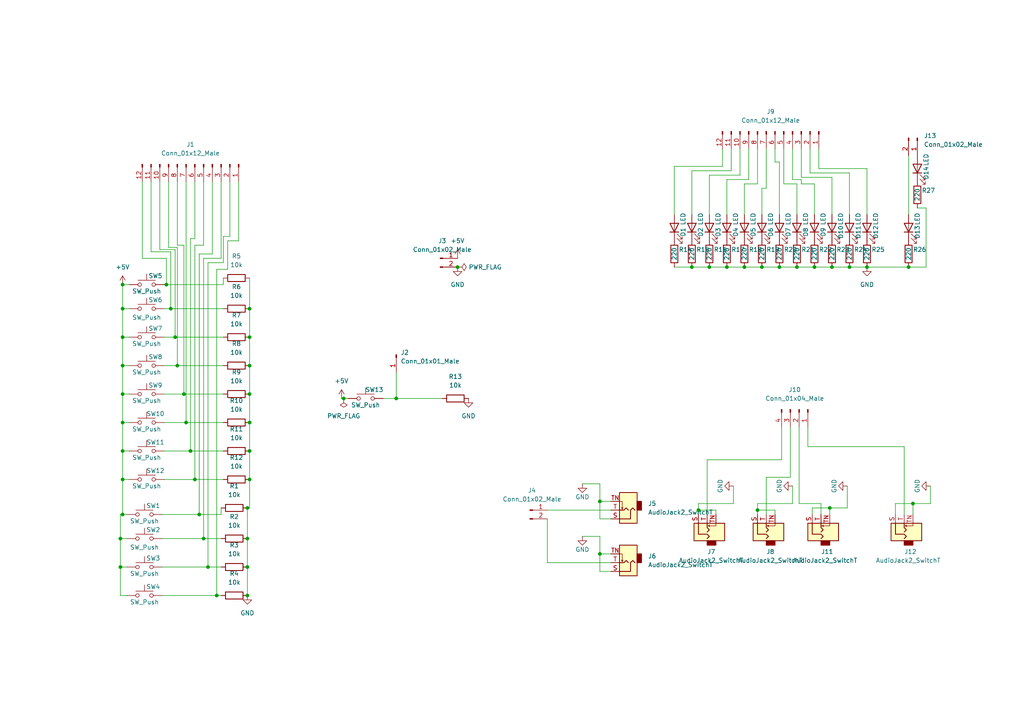
<source format=kicad_sch>
(kicad_sch (version 20211123) (generator eeschema)
  (paper "A4")
  (lib_symbols
    (symbol "Connector:AudioJack2_SwitchT"
      (property "Reference" "J" (at 0 8.89 0))
      (property "Value" "AudioJack2_SwitchT" (at 0 6.35 0))
      (symbol "AudioJack2_SwitchT_0_1"
        (rectangle (start -2.54 0) (end -3.81 -2.54) (stroke (width 0.254)) (fill (type outline)))
        (polyline (pts (xy 1.778 -0.254) (xy 2.032 -0.762)))
        (polyline (pts (xy 0 0) (xy 0.635 -0.635) (xy 1.27 0) (xy 2.54 0)) (stroke (width 0.254)))
        (polyline (pts (xy 2.54 -2.54) (xy 1.778 -2.54) (xy 1.778 -0.254) (xy 1.524 -0.762)))
        (polyline (pts (xy 2.54 2.54) (xy -0.635 2.54) (xy -0.635 0) (xy -1.27 -0.635) (xy -1.905 0)) (stroke (width 0.254)))
        (rectangle (start 2.54 3.81) (end -2.54 -5.08) (stroke (width 0.254)) (fill (type background)))
      )
      (symbol "AudioJack2_SwitchT_1_1"
        (pin passive line (at 5.08 2.54 180) (length 2.54) (name "~") (number "S"))
        (pin passive line (at 5.08 0 180) (length 2.54) (name "~") (number "T"))
        (pin passive line (at 5.08 -2.54 180) (length 2.54) (name "~") (number "TN"))
      )
    )
    (symbol "Connector:Conn_01x01_Male" (pin_names (offset 1.016) hide)
      (property "Reference" "J" (at 0 2.54 0))
      (property "Value" "Conn_01x01_Male" (at 0 -2.54 0))
      (symbol "Conn_01x01_Male_1_1"
        (polyline (pts (xy 1.27 0) (xy 0.8636 0)) (stroke (width 0.1524)))
        (rectangle (start 0.8636 0.127) (end 0 -0.127) (stroke (width 0.1524)) (fill (type outline)))
        (pin passive line (at 5.08 0 180) (length 3.81) (name "Pin_1") (number "1"))
      )
    )
    (symbol "Connector:Conn_01x02_Male" (pin_names (offset 1.016) hide)
      (property "Reference" "J" (at 0 2.54 0))
      (property "Value" "Conn_01x02_Male" (at 0 -5.08 0))
      (symbol "Conn_01x02_Male_1_1"
        (polyline (pts (xy 1.27 -2.54) (xy 0.8636 -2.54)) (stroke (width 0.1524)))
        (polyline (pts (xy 1.27 0) (xy 0.8636 0)) (stroke (width 0.1524)))
        (rectangle (start 0.8636 -2.413) (end 0 -2.667) (stroke (width 0.1524)) (fill (type outline)))
        (rectangle (start 0.8636 0.127) (end 0 -0.127) (stroke (width 0.1524)) (fill (type outline)))
        (pin passive line (at 5.08 0 180) (length 3.81) (name "Pin_1") (number "1"))
        (pin passive line (at 5.08 -2.54 180) (length 3.81) (name "Pin_2") (number "2"))
      )
    )
    (symbol "Connector:Conn_01x04_Male" (pin_names (offset 1.016) hide)
      (property "Reference" "J" (at 0 5.08 0))
      (property "Value" "Conn_01x04_Male" (at 0 -7.62 0))
      (symbol "Conn_01x04_Male_1_1"
        (polyline (pts (xy 1.27 -5.08) (xy 0.8636 -5.08)) (stroke (width 0.1524)))
        (polyline (pts (xy 1.27 -2.54) (xy 0.8636 -2.54)) (stroke (width 0.1524)))
        (polyline (pts (xy 1.27 0) (xy 0.8636 0)) (stroke (width 0.1524)))
        (polyline (pts (xy 1.27 2.54) (xy 0.8636 2.54)) (stroke (width 0.1524)))
        (rectangle (start 0.8636 -4.953) (end 0 -5.207) (stroke (width 0.1524)) (fill (type outline)))
        (rectangle (start 0.8636 -2.413) (end 0 -2.667) (stroke (width 0.1524)) (fill (type outline)))
        (rectangle (start 0.8636 0.127) (end 0 -0.127) (stroke (width 0.1524)) (fill (type outline)))
        (rectangle (start 0.8636 2.667) (end 0 2.413) (stroke (width 0.1524)) (fill (type outline)))
        (pin passive line (at 5.08 2.54 180) (length 3.81) (name "Pin_1") (number "1"))
        (pin passive line (at 5.08 0 180) (length 3.81) (name "Pin_2") (number "2"))
        (pin passive line (at 5.08 -2.54 180) (length 3.81) (name "Pin_3") (number "3"))
        (pin passive line (at 5.08 -5.08 180) (length 3.81) (name "Pin_4") (number "4"))
      )
    )
    (symbol "Connector:Conn_01x12_Male" (pin_names (offset 1.016) hide)
      (property "Reference" "J" (at 0 15.24 0))
      (property "Value" "Conn_01x12_Male" (at 0 -17.78 0))
      (symbol "Conn_01x12_Male_1_1"
        (polyline (pts (xy 1.27 -15.24) (xy 0.8636 -15.24)) (stroke (width 0.1524)))
        (polyline (pts (xy 1.27 -12.7) (xy 0.8636 -12.7)) (stroke (width 0.1524)))
        (polyline (pts (xy 1.27 -10.16) (xy 0.8636 -10.16)) (stroke (width 0.1524)))
        (polyline (pts (xy 1.27 -7.62) (xy 0.8636 -7.62)) (stroke (width 0.1524)))
        (polyline (pts (xy 1.27 -5.08) (xy 0.8636 -5.08)) (stroke (width 0.1524)))
        (polyline (pts (xy 1.27 -2.54) (xy 0.8636 -2.54)) (stroke (width 0.1524)))
        (polyline (pts (xy 1.27 0) (xy 0.8636 0)) (stroke (width 0.1524)))
        (polyline (pts (xy 1.27 2.54) (xy 0.8636 2.54)) (stroke (width 0.1524)))
        (polyline (pts (xy 1.27 5.08) (xy 0.8636 5.08)) (stroke (width 0.1524)))
        (polyline (pts (xy 1.27 7.62) (xy 0.8636 7.62)) (stroke (width 0.1524)))
        (polyline (pts (xy 1.27 10.16) (xy 0.8636 10.16)) (stroke (width 0.1524)))
        (polyline (pts (xy 1.27 12.7) (xy 0.8636 12.7)) (stroke (width 0.1524)))
        (rectangle (start 0.8636 -15.113) (end 0 -15.367) (stroke (width 0.1524)) (fill (type outline)))
        (rectangle (start 0.8636 -12.573) (end 0 -12.827) (stroke (width 0.1524)) (fill (type outline)))
        (rectangle (start 0.8636 -10.033) (end 0 -10.287) (stroke (width 0.1524)) (fill (type outline)))
        (rectangle (start 0.8636 -7.493) (end 0 -7.747) (stroke (width 0.1524)) (fill (type outline)))
        (rectangle (start 0.8636 -4.953) (end 0 -5.207) (stroke (width 0.1524)) (fill (type outline)))
        (rectangle (start 0.8636 -2.413) (end 0 -2.667) (stroke (width 0.1524)) (fill (type outline)))
        (rectangle (start 0.8636 0.127) (end 0 -0.127) (stroke (width 0.1524)) (fill (type outline)))
        (rectangle (start 0.8636 2.667) (end 0 2.413) (stroke (width 0.1524)) (fill (type outline)))
        (rectangle (start 0.8636 5.207) (end 0 4.953) (stroke (width 0.1524)) (fill (type outline)))
        (rectangle (start 0.8636 7.747) (end 0 7.493) (stroke (width 0.1524)) (fill (type outline)))
        (rectangle (start 0.8636 10.287) (end 0 10.033) (stroke (width 0.1524)) (fill (type outline)))
        (rectangle (start 0.8636 12.827) (end 0 12.573) (stroke (width 0.1524)) (fill (type outline)))
        (pin passive line (at 5.08 12.7 180) (length 3.81) (name "Pin_1") (number "1"))
        (pin passive line (at 5.08 -10.16 180) (length 3.81) (name "Pin_10") (number "10"))
        (pin passive line (at 5.08 -12.7 180) (length 3.81) (name "Pin_11") (number "11"))
        (pin passive line (at 5.08 -15.24 180) (length 3.81) (name "Pin_12") (number "12"))
        (pin passive line (at 5.08 10.16 180) (length 3.81) (name "Pin_2") (number "2"))
        (pin passive line (at 5.08 7.62 180) (length 3.81) (name "Pin_3") (number "3"))
        (pin passive line (at 5.08 5.08 180) (length 3.81) (name "Pin_4") (number "4"))
        (pin passive line (at 5.08 2.54 180) (length 3.81) (name "Pin_5") (number "5"))
        (pin passive line (at 5.08 0 180) (length 3.81) (name "Pin_6") (number "6"))
        (pin passive line (at 5.08 -2.54 180) (length 3.81) (name "Pin_7") (number "7"))
        (pin passive line (at 5.08 -5.08 180) (length 3.81) (name "Pin_8") (number "8"))
        (pin passive line (at 5.08 -7.62 180) (length 3.81) (name "Pin_9") (number "9"))
      )
    )
    (symbol "Device:LED" (pin_numbers hide) (pin_names (offset 1.016) hide)
      (property "Reference" "D" (at 0 2.54 0))
      (property "Value" "LED" (at 0 -2.54 0))
      (symbol "LED_0_1"
        (polyline (pts (xy -1.27 -1.27) (xy -1.27 1.27)) (stroke (width 0.254)))
        (polyline (pts (xy -1.27 0) (xy 1.27 0)))
        (polyline (pts (xy 1.27 -1.27) (xy 1.27 1.27) (xy -1.27 0) (xy 1.27 -1.27)) (stroke (width 0.254)))
        (polyline (pts (xy -3.048 -0.762) (xy -4.572 -2.286) (xy -3.81 -2.286) (xy -4.572 -2.286) (xy -4.572 -1.524)))
        (polyline (pts (xy -1.778 -0.762) (xy -3.302 -2.286) (xy -2.54 -2.286) (xy -3.302 -2.286) (xy -3.302 -1.524)))
      )
      (symbol "LED_1_1"
        (pin passive line (at -3.81 0 0) (length 2.54) (name "K") (number "1"))
        (pin passive line (at 3.81 0 180) (length 2.54) (name "A") (number "2"))
      )
    )
    (symbol "Device:R" (pin_numbers hide) (pin_names (offset 0))
      (property "Reference" "R" (at 2.032 0 90))
      (property "Value" "R" (at 0 0 90))
      (symbol "R_0_1"
        (rectangle (start -1.016 -2.54) (end 1.016 2.54) (stroke (width 0.254)))
      )
      (symbol "R_1_1"
        (pin passive line (at 0 3.81 270) (length 1.27) (name "~") (number "1"))
        (pin passive line (at 0 -3.81 90) (length 1.27) (name "~") (number "2"))
      )
    )
    (symbol "Switch:SW_Push" (pin_numbers hide) (pin_names (offset 1.016) hide)
      (property "Reference" "SW" (at 1.27 2.54 0))
      (property "Value" "SW_Push" (at 0 -1.524 0))
      (symbol "SW_Push_0_1"
        (circle (center -2.032 0) (radius 0.508))
        (polyline (pts (xy 0 1.27) (xy 0 3.048)))
        (polyline (pts (xy 2.54 1.27) (xy -2.54 1.27)))
        (circle (center 2.032 0) (radius 0.508))
        (pin passive line (at -5.08 0 0) (length 2.54) (name "1") (number "1"))
        (pin passive line (at 5.08 0 180) (length 2.54) (name "2") (number "2"))
      )
    )
    (symbol "power:+5V" (power) (pin_names (offset 0))
      (property "Value" "+5V" (at 0 3.556 0))
      (symbol "+5V_0_1"
        (polyline (pts (xy -0.762 1.27) (xy 0 2.54)))
        (polyline (pts (xy 0 0) (xy 0 2.54)))
        (polyline (pts (xy 0 2.54) (xy 0.762 1.27)))
      )
      (symbol "+5V_1_1"
        (pin power_in line (at 0 0 90) (length 0) hide (name "+5V") (number "1"))
      )
    )
    (symbol "power:GND" (power) (pin_names (offset 0))
      (property "Value" "GND" (at 0 -3.81 0))
      (symbol "GND_0_1"
        (polyline (pts (xy 0 0) (xy 0 -1.27) (xy 1.27 -1.27) (xy 0 -2.54) (xy -1.27 -1.27) (xy 0 -1.27)))
      )
      (symbol "GND_1_1"
        (pin power_in line (at 0 0 270) (length 0) hide (name "GND") (number "1"))
      )
    )
    (symbol "power:PWR_FLAG" (power) (pin_numbers hide) (pin_names (offset 0) hide)
      (property "Value" "PWR_FLAG" (at 0 3.81 0))
      (symbol "PWR_FLAG_0_0"
        (pin power_out line (at 0 0 90) (length 0) (name "pwr") (number "1"))
      )
      (symbol "PWR_FLAG_0_1"
        (polyline (pts (xy 0 0) (xy 0 1.27) (xy -1.016 1.905) (xy 0 2.54) (xy 1.016 1.905) (xy 0 1.27)))
      )
    )
  )
  (junction (at 55.245 130.81))
  (junction (at 251.46 77.47))
  (junction (at 205.74 77.47))
  (junction (at 226.06 77.47))
  (junction (at 53.975 122.555))
  (junction (at 35.56 82.55))
  (junction (at 72.39 114.3))
  (junction (at 72.39 122.555))
  (junction (at 71.755 147.32))
  (junction (at 53.34 114.3))
  (junction (at 35.56 97.79))
  (junction (at 200.66 77.47))
  (junction (at 71.755 164.465))
  (junction (at 72.39 139.065))
  (junction (at 34.925 164.465))
  (junction (at 62.865 172.72))
  (junction (at 264.795 146.05))
  (junction (at 132.715 77.47))
  (junction (at 72.39 89.535))
  (junction (at 240.665 147.32))
  (junction (at 35.56 89.535))
  (junction (at 231.14 77.47))
  (junction (at 72.39 97.79))
  (junction (at 114.935 115.57))
  (junction (at 72.39 106.045))
  (junction (at 56.515 139.065))
  (junction (at 263.525 77.47))
  (junction (at 49.53 89.535))
  (junction (at 59.055 156.21))
  (junction (at 35.56 130.81))
  (junction (at 72.39 130.81))
  (junction (at 35.56 149.225))
  (junction (at 173.99 145.415))
  (junction (at 236.22 77.47))
  (junction (at 241.3 77.47))
  (junction (at 57.785 149.225))
  (junction (at 50.8 97.79))
  (junction (at 35.56 114.3))
  (junction (at 35.56 122.555))
  (junction (at 35.56 139.065))
  (junction (at 173.99 160.655))
  (junction (at 48.26 82.55))
  (junction (at 219.71 147.955))
  (junction (at 51.435 106.045))
  (junction (at 99.695 115.57))
  (junction (at 246.38 77.47))
  (junction (at 71.755 172.72))
  (junction (at 60.325 164.465))
  (junction (at 215.9 77.47))
  (junction (at 34.925 156.21))
  (junction (at 210.82 77.47))
  (junction (at 202.565 147.955))
  (junction (at 71.755 156.21))
  (junction (at 220.98 77.47))
  (junction (at 35.56 106.045))
  (wire (pts (xy 215.9 53.34) (xy 215.9 62.23)))
  (wire (pts (xy 35.56 89.535) (xy 37.465 89.535)))
  (wire (pts (xy 229.87 52.07) (xy 229.87 43.18)))
  (wire (pts (xy 269.875 140.97) (xy 269.875 146.05)))
  (wire (pts (xy 241.3 77.47) (xy 236.22 77.47)))
  (wire (pts (xy 41.275 52.705) (xy 41.275 74.93)))
  (wire (pts (xy 226.06 46.99) (xy 226.06 62.23)))
  (wire (pts (xy 69.215 69.85) (xy 66.04 69.85)))
  (wire (pts (xy 212.09 49.53) (xy 212.09 43.18)))
  (wire (pts (xy 35.56 97.79) (xy 37.465 97.79)))
  (wire (pts (xy 236.22 53.34) (xy 236.22 62.23)))
  (wire (pts (xy 35.56 106.045) (xy 37.465 106.045)))
  (wire (pts (xy 114.935 107.95) (xy 114.935 115.57)))
  (wire (pts (xy 240.665 147.32) (xy 235.585 147.32)))
  (wire (pts (xy 240.665 147.32) (xy 240.665 149.225)))
  (wire (pts (xy 264.795 146.05) (xy 264.795 149.225)))
  (wire (pts (xy 51.435 71.12) (xy 53.34 71.12)))
  (wire (pts (xy 202.565 146.05) (xy 212.725 146.05)))
  (wire (pts (xy 48.26 82.55) (xy 64.77 82.55)))
  (wire (pts (xy 241.3 51.435) (xy 241.3 62.23)))
  (wire (pts (xy 202.565 147.955) (xy 207.645 147.955)))
  (wire (pts (xy 47.625 97.79) (xy 50.8 97.79)))
  (wire (pts (xy 224.79 46.99) (xy 224.79 43.18)))
  (wire (pts (xy 231.14 53.34) (xy 227.33 53.34)))
  (wire (pts (xy 158.75 147.955) (xy 177.165 147.955)))
  (wire (pts (xy 200.66 77.47) (xy 195.58 77.47)))
  (wire (pts (xy 35.56 114.3) (xy 35.56 122.555)))
  (wire (pts (xy 235.585 149.225) (xy 235.585 147.32)))
  (wire (pts (xy 236.22 53.34) (xy 232.41 53.34)))
  (wire (pts (xy 47.625 122.555) (xy 53.975 122.555)))
  (wire (pts (xy 229.87 140.97) (xy 229.87 146.05)))
  (wire (pts (xy 46.99 156.21) (xy 59.055 156.21)))
  (wire (pts (xy 268.605 60.325) (xy 268.605 77.47)))
  (wire (pts (xy 51.435 71.755) (xy 51.435 106.045)))
  (wire (pts (xy 168.91 140.335) (xy 173.99 140.335)))
  (wire (pts (xy 263.525 45.085) (xy 263.525 62.23)))
  (wire (pts (xy 46.355 52.705) (xy 46.355 72.39)))
  (wire (pts (xy 56.515 69.215) (xy 55.245 69.215)))
  (wire (pts (xy 173.99 160.655) (xy 177.165 160.655)))
  (wire (pts (xy 251.46 77.47) (xy 246.38 77.47)))
  (wire (pts (xy 72.39 147.32) (xy 71.755 147.32)))
  (wire (pts (xy 232.41 53.34) (xy 232.41 52.07)))
  (wire (pts (xy 111.125 115.57) (xy 114.935 115.57)))
  (wire (pts (xy 35.56 89.535) (xy 35.56 97.79)))
  (wire (pts (xy 36.83 149.225) (xy 35.56 149.225)))
  (wire (pts (xy 245.745 140.97) (xy 245.745 147.32)))
  (wire (pts (xy 224.79 147.955) (xy 224.79 149.225)))
  (wire (pts (xy 64.77 80.645) (xy 64.77 82.55)))
  (wire (pts (xy 207.645 147.955) (xy 207.645 149.225)))
  (wire (pts (xy 226.695 133.35) (xy 226.695 123.825)))
  (wire (pts (xy 205.74 77.47) (xy 200.66 77.47)))
  (wire (pts (xy 263.525 77.47) (xy 268.605 77.47)))
  (wire (pts (xy 61.595 52.705) (xy 61.595 73.66)))
  (wire (pts (xy 35.56 122.555) (xy 37.465 122.555)))
  (wire (pts (xy 237.49 48.895) (xy 251.46 48.895)))
  (wire (pts (xy 53.34 114.3) (xy 64.77 114.3)))
  (wire (pts (xy 215.9 53.34) (xy 219.71 53.34)))
  (wire (pts (xy 59.055 156.21) (xy 64.135 156.21)))
  (wire (pts (xy 62.865 172.72) (xy 64.135 172.72)))
  (wire (pts (xy 59.055 74.93) (xy 59.055 156.21)))
  (wire (pts (xy 57.785 73.66) (xy 57.785 149.225)))
  (wire (pts (xy 231.14 77.47) (xy 226.06 77.47)))
  (wire (pts (xy 53.975 122.555) (xy 64.77 122.555)))
  (wire (pts (xy 35.56 82.55) (xy 35.56 89.535)))
  (wire (pts (xy 214.63 50.8) (xy 214.63 43.18)))
  (wire (pts (xy 53.975 52.705) (xy 53.975 122.555)))
  (wire (pts (xy 72.39 114.3) (xy 72.39 122.555)))
  (wire (pts (xy 219.71 147.955) (xy 224.79 147.955)))
  (wire (pts (xy 229.235 138.43) (xy 222.25 138.43)))
  (wire (pts (xy 173.99 145.415) (xy 173.99 150.495)))
  (wire (pts (xy 232.41 51.435) (xy 232.41 43.18)))
  (wire (pts (xy 236.22 77.47) (xy 231.14 77.47)))
  (wire (pts (xy 66.675 52.705) (xy 66.675 68.58)))
  (wire (pts (xy 219.71 53.34) (xy 219.71 43.18)))
  (wire (pts (xy 268.605 60.325) (xy 266.065 60.325)))
  (wire (pts (xy 61.595 73.66) (xy 57.785 73.66)))
  (wire (pts (xy 35.56 139.065) (xy 37.465 139.065)))
  (wire (pts (xy 173.99 145.415) (xy 177.165 145.415)))
  (wire (pts (xy 35.56 106.045) (xy 35.56 114.3)))
  (wire (pts (xy 62.865 78.105) (xy 62.865 172.72)))
  (wire (pts (xy 50.8 97.79) (xy 64.77 97.79)))
  (wire (pts (xy 64.77 68.58) (xy 64.77 76.2)))
  (wire (pts (xy 57.785 149.225) (xy 64.135 149.225)))
  (wire (pts (xy 49.53 89.535) (xy 64.77 89.535)))
  (wire (pts (xy 48.895 71.755) (xy 51.435 71.755)))
  (wire (pts (xy 220.98 54.61) (xy 222.25 54.61)))
  (wire (pts (xy 34.925 172.72) (xy 36.83 172.72)))
  (wire (pts (xy 246.38 77.47) (xy 241.3 77.47)))
  (wire (pts (xy 173.99 160.655) (xy 173.99 165.735)))
  (wire (pts (xy 37.465 82.55) (xy 35.56 82.55)))
  (wire (pts (xy 66.675 68.58) (xy 64.77 68.58)))
  (wire (pts (xy 48.895 52.705) (xy 48.895 71.755)))
  (wire (pts (xy 47.625 130.81) (xy 55.245 130.81)))
  (wire (pts (xy 47.625 89.535) (xy 49.53 89.535)))
  (wire (pts (xy 35.56 114.3) (xy 37.465 114.3)))
  (wire (pts (xy 46.99 149.225) (xy 57.785 149.225)))
  (wire (pts (xy 209.55 48.26) (xy 195.58 48.26)))
  (wire (pts (xy 209.55 43.18) (xy 209.55 48.26)))
  (wire (pts (xy 173.99 155.575) (xy 173.99 160.655)))
  (wire (pts (xy 72.39 130.81) (xy 72.39 139.065)))
  (wire (pts (xy 46.99 164.465) (xy 60.325 164.465)))
  (wire (pts (xy 59.055 71.12) (xy 56.515 71.12)))
  (wire (pts (xy 55.245 69.215) (xy 55.245 130.81)))
  (wire (pts (xy 72.39 122.555) (xy 72.39 130.81)))
  (wire (pts (xy 245.745 147.32) (xy 240.665 147.32)))
  (wire (pts (xy 158.75 163.195) (xy 177.165 163.195)))
  (wire (pts (xy 46.355 72.39) (xy 50.8 72.39)))
  (wire (pts (xy 205.105 133.35) (xy 205.105 149.225)))
  (wire (pts (xy 234.315 123.825) (xy 234.315 129.54)))
  (wire (pts (xy 231.14 53.34) (xy 231.14 62.23)))
  (wire (pts (xy 262.255 129.54) (xy 262.255 149.225)))
  (wire (pts (xy 234.315 129.54) (xy 262.255 129.54)))
  (wire (pts (xy 212.725 140.97) (xy 212.725 146.05)))
  (wire (pts (xy 251.46 77.47) (xy 263.525 77.47)))
  (wire (pts (xy 246.38 50.165) (xy 246.38 62.23)))
  (wire (pts (xy 222.25 43.18) (xy 222.25 54.61)))
  (wire (pts (xy 158.75 150.495) (xy 158.75 163.195)))
  (wire (pts (xy 231.775 123.825) (xy 231.775 146.05)))
  (wire (pts (xy 222.25 138.43) (xy 222.25 149.225)))
  (wire (pts (xy 220.98 77.47) (xy 215.9 77.47)))
  (wire (pts (xy 71.755 156.21) (xy 71.755 164.465)))
  (wire (pts (xy 50.8 72.39) (xy 50.8 97.79)))
  (wire (pts (xy 219.71 147.955) (xy 219.71 146.05)))
  (wire (pts (xy 229.235 123.825) (xy 229.235 138.43)))
  (wire (pts (xy 35.56 139.065) (xy 35.56 149.225)))
  (wire (pts (xy 205.105 133.35) (xy 226.695 133.35)))
  (wire (pts (xy 72.39 89.535) (xy 72.39 97.79)))
  (wire (pts (xy 53.34 71.12) (xy 53.34 114.3)))
  (wire (pts (xy 41.275 74.93) (xy 48.26 74.93)))
  (wire (pts (xy 217.17 52.07) (xy 217.17 43.18)))
  (wire (pts (xy 55.245 130.81) (xy 64.77 130.81)))
  (wire (pts (xy 34.925 164.465) (xy 36.83 164.465)))
  (wire (pts (xy 64.135 147.32) (xy 64.135 149.225)))
  (wire (pts (xy 173.99 140.335) (xy 173.99 145.415)))
  (wire (pts (xy 210.82 77.47) (xy 205.74 77.47)))
  (wire (pts (xy 34.925 156.21) (xy 36.83 156.21)))
  (wire (pts (xy 215.9 77.47) (xy 210.82 77.47)))
  (wire (pts (xy 43.815 52.705) (xy 43.815 73.025)))
  (wire (pts (xy 205.74 50.8) (xy 214.63 50.8)))
  (wire (pts (xy 269.875 146.05) (xy 264.795 146.05)))
  (wire (pts (xy 34.925 156.21) (xy 34.925 164.465)))
  (wire (pts (xy 56.515 52.705) (xy 56.515 69.215)))
  (wire (pts (xy 202.565 146.05) (xy 202.565 147.955)))
  (wire (pts (xy 51.435 106.045) (xy 64.77 106.045)))
  (wire (pts (xy 35.56 97.79) (xy 35.56 106.045)))
  (wire (pts (xy 168.91 155.575) (xy 173.99 155.575)))
  (wire (pts (xy 219.71 146.05) (xy 229.87 146.05)))
  (wire (pts (xy 99.06 115.57) (xy 99.695 115.57)))
  (wire (pts (xy 264.795 146.05) (xy 259.715 146.05)))
  (wire (pts (xy 35.56 130.81) (xy 37.465 130.81)))
  (wire (pts (xy 72.39 97.79) (xy 72.39 106.045)))
  (wire (pts (xy 200.66 49.53) (xy 200.66 62.23)))
  (wire (pts (xy 34.925 164.465) (xy 34.925 172.72)))
  (wire (pts (xy 69.215 52.705) (xy 69.215 69.85)))
  (wire (pts (xy 71.755 164.465) (xy 71.755 172.72)))
  (wire (pts (xy 210.82 52.07) (xy 210.82 62.23)))
  (wire (pts (xy 49.53 73.025) (xy 49.53 89.535)))
  (wire (pts (xy 246.38 50.165) (xy 234.95 50.165)))
  (wire (pts (xy 251.46 48.895) (xy 251.46 62.23)))
  (wire (pts (xy 72.39 80.645) (xy 72.39 89.535)))
  (wire (pts (xy 35.56 149.225) (xy 34.925 149.225)))
  (wire (pts (xy 72.39 106.045) (xy 72.39 114.3)))
  (wire (pts (xy 238.125 146.05) (xy 238.125 149.225)))
  (wire (pts (xy 226.06 77.47) (xy 220.98 77.47)))
  (wire (pts (xy 210.82 52.07) (xy 217.17 52.07)))
  (wire (pts (xy 47.625 82.55) (xy 48.26 82.55)))
  (wire (pts (xy 234.95 50.165) (xy 234.95 43.18)))
  (wire (pts (xy 72.39 139.065) (xy 72.39 147.32)))
  (wire (pts (xy 205.74 50.8) (xy 205.74 62.23)))
  (wire (pts (xy 227.33 53.34) (xy 227.33 43.18)))
  (wire (pts (xy 56.515 139.065) (xy 64.77 139.065)))
  (wire (pts (xy 60.325 76.2) (xy 60.325 164.465)))
  (wire (pts (xy 59.055 52.705) (xy 59.055 71.12)))
  (wire (pts (xy 219.71 149.225) (xy 219.71 147.955)))
  (wire (pts (xy 71.755 147.32) (xy 71.755 156.21)))
  (wire (pts (xy 237.49 43.18) (xy 237.49 48.895)))
  (wire (pts (xy 34.925 149.225) (xy 34.925 156.21)))
  (wire (pts (xy 47.625 114.3) (xy 53.34 114.3)))
  (wire (pts (xy 47.625 139.065) (xy 56.515 139.065)))
  (wire (pts (xy 51.435 52.705) (xy 51.435 71.12)))
  (wire (pts (xy 220.98 54.61) (xy 220.98 62.23)))
  (wire (pts (xy 231.775 146.05) (xy 238.125 146.05)))
  (wire (pts (xy 35.56 122.555) (xy 35.56 130.81)))
  (wire (pts (xy 43.815 73.025) (xy 49.53 73.025)))
  (wire (pts (xy 195.58 48.26) (xy 195.58 62.23)))
  (wire (pts (xy 241.3 51.435) (xy 232.41 51.435)))
  (wire (pts (xy 66.04 69.85) (xy 66.04 78.105)))
  (wire (pts (xy 202.565 149.225) (xy 202.565 147.955)))
  (wire (pts (xy 64.135 52.705) (xy 64.135 74.93)))
  (wire (pts (xy 173.99 150.495) (xy 177.165 150.495)))
  (wire (pts (xy 173.99 165.735) (xy 177.165 165.735)))
  (wire (pts (xy 259.715 146.05) (xy 259.715 149.225)))
  (wire (pts (xy 66.04 78.105) (xy 62.865 78.105)))
  (wire (pts (xy 226.06 46.99) (xy 224.79 46.99)))
  (wire (pts (xy 99.695 115.57) (xy 100.965 115.57)))
  (wire (pts (xy 47.625 106.045) (xy 51.435 106.045)))
  (wire (pts (xy 60.325 164.465) (xy 64.135 164.465)))
  (wire (pts (xy 200.66 49.53) (xy 212.09 49.53)))
  (wire (pts (xy 232.41 52.07) (xy 229.87 52.07)))
  (wire (pts (xy 64.135 74.93) (xy 59.055 74.93)))
  (wire (pts (xy 56.515 71.12) (xy 56.515 139.065)))
  (wire (pts (xy 48.26 74.93) (xy 48.26 82.55)))
  (wire (pts (xy 114.935 115.57) (xy 128.27 115.57)))
  (wire (pts (xy 35.56 130.81) (xy 35.56 139.065)))
  (wire (pts (xy 46.99 172.72) (xy 62.865 172.72)))
  (wire (pts (xy 64.77 76.2) (xy 60.325 76.2)))
  (symbol (lib_id "Device:R") (at 241.3 73.66 0) (unit 1)
    (property "Reference" "R23" (at 242.57 72.39 0) (effects (justify left)))
    (property "Value" "220" (at 241.3 75.565 90) (effects (justify left)))
    (property "Footprint" "Resistor_THT:R_Axial_DIN0207_L6.3mm_D2.5mm_P7.62mm_Horizontal" (effects hide))
  )
  (symbol (lib_id "Device:R") (at 246.38 73.66 0) (unit 1)
    (property "Reference" "R24" (at 247.65 72.39 0) (effects (justify left)))
    (property "Value" "220" (at 246.38 75.565 90) (effects (justify left)))
    (property "Footprint" "Resistor_THT:R_Axial_DIN0207_L6.3mm_D2.5mm_P7.62mm_Horizontal" (effects hide))
  )
  (symbol (lib_id "Device:LED") (at 226.06 66.04 90) (unit 1)
    (property "Reference" "D7" (at 228.6 67.31 0))
    (property "Value" "LED" (at 228.6 63.5 0))
    (property "Footprint" "LED_THT:LED_D3.0mm" (effects hide))
  )
  (symbol (lib_id "Device:LED") (at 266.065 48.895 90) (unit 1)
    (property "Reference" "D14" (at 268.605 50.165 0))
    (property "Value" "LED" (at 268.605 46.355 0))
    (property "Footprint" "LED_THT:LED_D3.0mm" (effects hide))
  )
  (symbol (lib_id "Device:R") (at 220.98 73.66 0) (unit 1)
    (property "Reference" "R19" (at 222.25 72.39 0) (effects (justify left)))
    (property "Value" "220" (at 220.98 75.565 90) (effects (justify left)))
    (property "Footprint" "Resistor_THT:R_Axial_DIN0207_L6.3mm_D2.5mm_P7.62mm_Horizontal" (effects hide))
  )
  (symbol (lib_id "Connector:Conn_01x01_Male") (at 114.935 102.87 270) (unit 1)
    (property "Reference" "J2" (at 116.205 102.2349 90) (effects (justify left)))
    (property "Value" "Conn_01x01_Male" (at 116.205 104.7749 90) (effects (justify left)))
    (property "Footprint" "Connector_PinHeader_2.54mm:PinHeader_1x01_P2.54mm_Vertical" (effects hide))
  )
  (symbol (lib_id "Connector:Conn_01x04_Male") (at 231.775 118.745 270) (unit 1)
    (property "Reference" "J10" (at 230.505 113.03 90))
    (property "Value" "Conn_01x04_Male" (at 230.505 115.57 90))
    (property "Footprint" "Connector_PinHeader_2.54mm:PinHeader_1x04_P2.54mm_Vertical" (effects hide))
  )
  (symbol (lib_id "Device:LED") (at 236.22 66.04 90) (unit 1)
    (property "Reference" "D9" (at 238.76 67.31 0))
    (property "Value" "LED" (at 238.76 63.5 0))
    (property "Footprint" "LED_THT:LED_D3.0mm" (effects hide))
  )
  (symbol (lib_id "Device:R") (at 210.82 73.66 0) (unit 1)
    (property "Reference" "R17" (at 212.09 72.39 0) (effects (justify left)))
    (property "Value" "220" (at 210.82 75.565 90) (effects (justify left)))
    (property "Footprint" "Resistor_THT:R_Axial_DIN0207_L6.3mm_D2.5mm_P7.62mm_Horizontal" (effects hide))
  )
  (symbol (lib_id "power:GND") (at 168.91 155.575 0) (unit 1)
    (property "Reference" "#PWR06" (effects hide))
    (property "Value" "GND" (at 168.91 159.385 0))
  )
  (symbol (lib_id "power:GND") (at 245.745 140.97 270) (unit 1)
    (property "Reference" "#PWR09" (effects hide))
    (property "Value" "GND" (at 241.935 140.97 0))
  )
  (symbol (lib_id "Connector:AudioJack2_SwitchT") (at 182.245 163.195 180) (unit 1)
    (property "Reference" "J6" (at 187.96 161.2899 0) (effects (justify right)))
    (property "Value" "AudioJack2_SwitchT" (at 187.96 163.8299 0) (effects (justify right)))
    (property "Footprint" "Eurorack:Thonkiconn" (effects hide))
  )
  (symbol (lib_id "power:+5V") (at 99.06 115.57 0) (unit 1)
    (property "Reference" "#PWR01" (effects hide))
    (property "Value" "+5V" (at 99.06 110.49 0))
  )
  (symbol (lib_id "Device:LED") (at 231.14 66.04 90) (unit 1)
    (property "Reference" "D8" (at 233.68 67.31 0))
    (property "Value" "LED" (at 233.68 63.5 0))
    (property "Footprint" "LED_THT:LED_D3.0mm" (effects hide))
  )
  (symbol (lib_id "Device:LED") (at 246.38 66.04 90) (unit 1)
    (property "Reference" "D11" (at 248.92 67.31 0))
    (property "Value" "LED" (at 248.92 63.5 0))
    (property "Footprint" "LED_THT:LED_D3.0mm" (effects hide))
  )
  (symbol (lib_id "Switch:SW_Push") (at 42.545 97.79 0) (unit 1)
    (property "Reference" "SW7" (at 45.085 95.25 0))
    (property "Value" "SW_Push" (at 42.545 99.695 0))
    (property "Footprint" "Button_Switch_THT:SW_PUSH_6mm" (effects hide))
  )
  (symbol (lib_id "Connector:Conn_01x02_Male") (at 127.635 74.93 0) (unit 1)
    (property "Reference" "J3" (at 128.27 69.85 0))
    (property "Value" "Conn_01x02_Male" (at 128.27 72.39 0))
    (property "Footprint" "Connector_PinHeader_2.54mm:PinHeader_1x02_P2.54mm_Vertical" (effects hide))
  )
  (symbol (lib_id "Switch:SW_Push") (at 41.91 156.21 0) (unit 1)
    (property "Reference" "SW2" (at 44.45 153.67 0))
    (property "Value" "SW_Push" (at 41.91 158.75 0))
    (property "Footprint" "Button_Switch_THT:SW_PUSH_6mm" (effects hide))
  )
  (symbol (lib_id "power:+5V") (at 35.56 82.55 0) (unit 1)
    (property "Reference" "#PWR0101" (effects hide))
    (property "Value" "+5V" (at 35.56 77.47 0))
  )
  (symbol (lib_id "Device:LED") (at 220.98 66.04 90) (unit 1)
    (property "Reference" "D6" (at 223.52 67.31 0))
    (property "Value" "LED" (at 223.52 63.5 0))
    (property "Footprint" "LED_THT:LED_D3.0mm" (effects hide))
  )
  (symbol (lib_id "Connector:AudioJack2_SwitchT") (at 182.245 147.955 180) (unit 1)
    (property "Reference" "J5" (at 187.96 146.0499 0) (effects (justify right)))
    (property "Value" "AudioJack2_SwitchT" (at 187.96 148.5899 0) (effects (justify right)))
    (property "Footprint" "Eurorack:Thonkiconn" (effects hide))
  )
  (symbol (lib_id "power:GND") (at 229.87 140.97 270) (unit 1)
    (property "Reference" "#PWR08" (effects hide))
    (property "Value" "GND" (at 226.06 140.97 0))
  )
  (symbol (lib_id "power:GND") (at 212.725 140.97 270) (unit 1)
    (property "Reference" "#PWR07" (effects hide))
    (property "Value" "GND" (at 208.915 140.97 0))
  )
  (symbol (lib_id "Switch:SW_Push") (at 41.91 164.465 0) (unit 1)
    (property "Reference" "SW3" (at 44.45 161.925 0))
    (property "Value" "SW_Push" (at 41.91 166.37 0))
    (property "Footprint" "Button_Switch_THT:SW_PUSH_6mm" (effects hide))
  )
  (symbol (lib_id "Device:R") (at 266.065 56.515 0) (unit 1)
    (property "Reference" "R27" (at 267.335 55.245 0) (effects (justify left)))
    (property "Value" "220" (at 266.065 58.42 90) (effects (justify left)))
    (property "Footprint" "Resistor_THT:R_Axial_DIN0207_L6.3mm_D2.5mm_P7.62mm_Horizontal" (effects hide))
  )
  (symbol (lib_id "Device:R") (at 251.46 73.66 0) (unit 1)
    (property "Reference" "R25" (at 252.73 72.39 0) (effects (justify left)))
    (property "Value" "220" (at 251.46 75.565 90) (effects (justify left)))
    (property "Footprint" "Resistor_THT:R_Axial_DIN0207_L6.3mm_D2.5mm_P7.62mm_Horizontal" (effects hide))
  )
  (symbol (lib_id "Device:LED") (at 205.74 66.04 90) (unit 1)
    (property "Reference" "D3" (at 208.28 67.31 0))
    (property "Value" "LED" (at 208.28 63.5 0))
    (property "Footprint" "LED_THT:LED_D3.0mm" (effects hide))
  )
  (symbol (lib_id "Device:R") (at 226.06 73.66 0) (unit 1)
    (property "Reference" "R20" (at 227.33 72.39 0) (effects (justify left)))
    (property "Value" "220" (at 226.06 75.565 90) (effects (justify left)))
    (property "Footprint" "Resistor_THT:R_Axial_DIN0207_L6.3mm_D2.5mm_P7.62mm_Horizontal" (effects hide))
  )
  (symbol (lib_id "Switch:SW_Push") (at 106.045 115.57 0) (unit 1)
    (property "Reference" "SW13" (at 108.585 113.03 0))
    (property "Value" "SW_Push" (at 106.045 117.475 0))
    (property "Footprint" "Button_Switch_THT:SW_PUSH_6mm" (effects hide))
  )
  (symbol (lib_id "Switch:SW_Push") (at 41.91 149.225 0) (unit 1)
    (property "Reference" "SW1" (at 44.45 146.685 0))
    (property "Value" "SW_Push" (at 41.91 151.13 0))
    (property "Footprint" "Button_Switch_THT:SW_PUSH_6mm" (effects hide))
  )
  (symbol (lib_id "power:PWR_FLAG") (at 99.695 115.57 180) (unit 1)
    (property "Reference" "#FLG0101" (effects hide))
    (property "Value" "PWR_FLAG" (at 99.695 120.65 0))
  )
  (symbol (lib_id "Device:R") (at 132.08 115.57 90) (unit 1)
    (property "Reference" "R13" (at 132.08 109.22 90))
    (property "Value" "10k" (at 132.08 111.76 90))
    (property "Footprint" "Resistor_THT:R_Axial_DIN0207_L6.3mm_D2.5mm_P7.62mm_Horizontal" (effects hide))
  )
  (symbol (lib_id "Device:LED") (at 210.82 66.04 90) (unit 1)
    (property "Reference" "D4" (at 213.36 67.31 0))
    (property "Value" "LED" (at 213.36 63.5 0))
    (property "Footprint" "LED_THT:LED_D3.0mm" (effects hide))
  )
  (symbol (lib_id "Connector:AudioJack2_SwitchT") (at 205.105 154.305 90) (unit 1)
    (property "Reference" "J7" (at 205.105 160.02 90) (effects (justify right)))
    (property "Value" "AudioJack2_SwitchT" (at 196.85 162.56 90) (effects (justify right)))
    (property "Footprint" "Eurorack:Thonkiconn" (effects hide))
  )
  (symbol (lib_id "power:GND") (at 132.715 77.47 0) (unit 1)
    (property "Reference" "#PWR03" (effects hide))
    (property "Value" "GND" (at 132.715 82.55 0))
  )
  (symbol (lib_id "Device:R") (at 67.945 164.465 90) (unit 1)
    (property "Reference" "R3" (at 67.945 158.115 90))
    (property "Value" "10k" (at 67.945 160.655 90))
    (property "Footprint" "Resistor_THT:R_Axial_DIN0207_L6.3mm_D2.5mm_P7.62mm_Horizontal" (effects hide))
  )
  (symbol (lib_id "Connector:Conn_01x02_Male") (at 266.065 40.005 270) (unit 1)
    (property "Reference" "J13" (at 267.97 39.3699 90) (effects (justify left)))
    (property "Value" "Conn_01x02_Male" (at 267.97 41.9099 90) (effects (justify left)))
    (property "Footprint" "Connector_PinHeader_2.54mm:PinHeader_1x02_P2.54mm_Vertical" (effects hide))
  )
  (symbol (lib_id "Device:R") (at 236.22 73.66 0) (unit 1)
    (property "Reference" "R22" (at 237.49 72.39 0) (effects (justify left)))
    (property "Value" "220" (at 236.22 75.565 90) (effects (justify left)))
    (property "Footprint" "Resistor_THT:R_Axial_DIN0207_L6.3mm_D2.5mm_P7.62mm_Horizontal" (effects hide))
  )
  (symbol (lib_id "Connector:AudioJack2_SwitchT") (at 262.255 154.305 90) (unit 1)
    (property "Reference" "J12" (at 262.255 160.02 90) (effects (justify right)))
    (property "Value" "AudioJack2_SwitchT" (at 254 162.56 90) (effects (justify right)))
    (property "Footprint" "Eurorack:Thonkiconn" (effects hide))
  )
  (symbol (lib_id "Device:R") (at 68.58 130.81 90) (unit 1)
    (property "Reference" "R11" (at 68.58 124.46 90))
    (property "Value" "10k" (at 68.58 127 90))
    (property "Footprint" "Resistor_THT:R_Axial_DIN0207_L6.3mm_D2.5mm_P7.62mm_Horizontal" (effects hide))
  )
  (symbol (lib_id "Device:R") (at 68.58 139.065 90) (unit 1)
    (property "Reference" "R12" (at 68.58 132.715 90))
    (property "Value" "10k" (at 68.58 135.255 90))
    (property "Footprint" "Resistor_THT:R_Axial_DIN0207_L6.3mm_D2.5mm_P7.62mm_Horizontal" (effects hide))
  )
  (symbol (lib_id "Switch:SW_Push") (at 42.545 130.81 0) (unit 1)
    (property "Reference" "SW11" (at 45.085 128.27 0))
    (property "Value" "SW_Push" (at 42.545 132.715 0))
    (property "Footprint" "Button_Switch_THT:SW_PUSH_6mm" (effects hide))
  )
  (symbol (lib_id "Device:R") (at 195.58 73.66 0) (unit 1)
    (property "Reference" "R14" (at 196.85 72.39 0) (effects (justify left)))
    (property "Value" "220" (at 195.58 75.565 90) (effects (justify left)))
    (property "Footprint" "Resistor_THT:R_Axial_DIN0207_L6.3mm_D2.5mm_P7.62mm_Horizontal" (effects hide))
  )
  (symbol (lib_id "Device:LED") (at 241.3 66.04 90) (unit 1)
    (property "Reference" "D10" (at 243.84 67.31 0))
    (property "Value" "LED" (at 243.84 63.5 0))
    (property "Footprint" "LED_THT:LED_D3.0mm" (effects hide))
  )
  (symbol (lib_id "power:GND") (at 71.755 172.72 0) (unit 1)
    (property "Reference" "#PWR0102" (effects hide))
    (property "Value" "GND" (at 71.755 177.8 0))
  )
  (symbol (lib_id "Device:R") (at 67.945 147.32 90) (unit 1)
    (property "Reference" "R1" (at 67.945 140.97 90))
    (property "Value" "10k" (at 67.945 143.51 90))
    (property "Footprint" "Resistor_THT:R_Axial_DIN0207_L6.3mm_D2.5mm_P7.62mm_Horizontal" (effects hide))
  )
  (symbol (lib_id "Device:R") (at 215.9 73.66 0) (unit 1)
    (property "Reference" "R18" (at 217.17 72.39 0) (effects (justify left)))
    (property "Value" "220" (at 215.9 75.565 90) (effects (justify left)))
    (property "Footprint" "Resistor_THT:R_Axial_DIN0207_L6.3mm_D2.5mm_P7.62mm_Horizontal" (effects hide))
  )
  (symbol (lib_id "Device:LED") (at 195.58 66.04 90) (unit 1)
    (property "Reference" "D1" (at 198.12 67.31 0))
    (property "Value" "LED" (at 198.12 63.5 0))
    (property "Footprint" "LED_THT:LED_D3.0mm" (effects hide))
  )
  (symbol (lib_id "power:PWR_FLAG") (at 132.715 77.47 270) (unit 1)
    (property "Reference" "#FLG0102" (effects hide))
    (property "Value" "PWR_FLAG" (at 135.89 77.4699 90) (effects (justify left)))
  )
  (symbol (lib_id "Switch:SW_Push") (at 42.545 122.555 0) (unit 1)
    (property "Reference" "SW10" (at 45.085 120.015 0))
    (property "Value" "SW_Push" (at 42.545 124.46 0))
    (property "Footprint" "Button_Switch_THT:SW_PUSH_6mm" (effects hide))
  )
  (symbol (lib_id "power:GND") (at 135.89 115.57 0) (unit 1)
    (property "Reference" "#PWR04" (effects hide))
    (property "Value" "GND" (at 135.89 120.65 0))
  )
  (symbol (lib_id "Switch:SW_Push") (at 41.91 172.72 0) (unit 1)
    (property "Reference" "SW4" (at 44.45 170.18 0))
    (property "Value" "SW_Push" (at 41.91 174.625 0))
    (property "Footprint" "Button_Switch_THT:SW_PUSH_6mm" (effects hide))
  )
  (symbol (lib_id "Device:R") (at 263.525 73.66 0) (unit 1)
    (property "Reference" "R26" (at 264.795 72.39 0) (effects (justify left)))
    (property "Value" "220" (at 263.525 75.565 90) (effects (justify left)))
    (property "Footprint" "Resistor_THT:R_Axial_DIN0207_L6.3mm_D2.5mm_P7.62mm_Horizontal" (effects hide))
  )
  (symbol (lib_id "Device:R") (at 68.58 122.555 90) (unit 1)
    (property "Reference" "R10" (at 68.58 116.205 90))
    (property "Value" "10k" (at 68.58 118.745 90))
    (property "Footprint" "Resistor_THT:R_Axial_DIN0207_L6.3mm_D2.5mm_P7.62mm_Horizontal" (effects hide))
  )
  (symbol (lib_id "power:GND") (at 251.46 77.47 0) (unit 1)
    (property "Reference" "#PWR010" (effects hide))
    (property "Value" "GND" (at 251.46 82.55 0))
  )
  (symbol (lib_id "Device:R") (at 68.58 114.3 90) (unit 1)
    (property "Reference" "R9" (at 68.58 107.95 90))
    (property "Value" "10k" (at 68.58 110.49 90))
    (property "Footprint" "Resistor_THT:R_Axial_DIN0207_L6.3mm_D2.5mm_P7.62mm_Horizontal" (effects hide))
  )
  (symbol (lib_id "Device:LED") (at 215.9 66.04 90) (unit 1)
    (property "Reference" "D5" (at 218.44 67.31 0))
    (property "Value" "LED" (at 218.44 63.5 0))
    (property "Footprint" "LED_THT:LED_D3.0mm" (effects hide))
  )
  (symbol (lib_id "Connector:Conn_01x12_Male") (at 56.515 47.625 270) (unit 1)
    (property "Reference" "J1" (at 55.245 41.91 90))
    (property "Value" "Conn_01x12_Male" (at 55.245 44.45 90))
    (property "Footprint" "Connector_PinHeader_2.54mm:PinHeader_1x12_P2.54mm_Vertical" (effects hide))
  )
  (symbol (lib_id "Device:R") (at 205.74 73.66 0) (unit 1)
    (property "Reference" "R16" (at 207.01 72.39 0) (effects (justify left)))
    (property "Value" "220" (at 205.74 75.565 90) (effects (justify left)))
    (property "Footprint" "Resistor_THT:R_Axial_DIN0207_L6.3mm_D2.5mm_P7.62mm_Horizontal" (effects hide))
  )
  (symbol (lib_id "Device:R") (at 67.945 156.21 90) (unit 1)
    (property "Reference" "R2" (at 67.945 149.86 90))
    (property "Value" "10k" (at 67.945 152.4 90))
    (property "Footprint" "Resistor_THT:R_Axial_DIN0207_L6.3mm_D2.5mm_P7.62mm_Horizontal" (effects hide))
  )
  (symbol (lib_id "Switch:SW_Push") (at 42.545 89.535 0) (unit 1)
    (property "Reference" "SW6" (at 45.085 86.995 0))
    (property "Value" "SW_Push" (at 42.545 92.075 0))
    (property "Footprint" "Button_Switch_THT:SW_PUSH_6mm" (effects hide))
  )
  (symbol (lib_id "power:GND") (at 269.875 140.97 270) (unit 1)
    (property "Reference" "#PWR011" (effects hide))
    (property "Value" "GND" (at 266.065 140.97 0))
  )
  (symbol (lib_id "Connector:Conn_01x12_Male") (at 224.79 38.1 270) (unit 1)
    (property "Reference" "J9" (at 223.52 32.385 90))
    (property "Value" "Conn_01x12_Male" (at 223.52 34.925 90))
    (property "Footprint" "Connector_PinHeader_2.54mm:PinHeader_1x12_P2.54mm_Vertical" (effects hide))
  )
  (symbol (lib_id "Device:LED") (at 200.66 66.04 90) (unit 1)
    (property "Reference" "D2" (at 203.2 67.31 0))
    (property "Value" "LED" (at 203.2 63.5 0))
    (property "Footprint" "LED_THT:LED_D3.0mm" (effects hide))
  )
  (symbol (lib_id "Device:LED") (at 263.525 66.04 90) (unit 1)
    (property "Reference" "D13" (at 266.065 67.31 0))
    (property "Value" "LED" (at 266.065 63.5 0))
    (property "Footprint" "LED_THT:LED_D3.0mm" (effects hide))
  )
  (symbol (lib_id "Device:R") (at 231.14 73.66 0) (unit 1)
    (property "Reference" "R21" (at 232.41 72.39 0) (effects (justify left)))
    (property "Value" "220" (at 231.14 75.565 90) (effects (justify left)))
    (property "Footprint" "Resistor_THT:R_Axial_DIN0207_L6.3mm_D2.5mm_P7.62mm_Horizontal" (effects hide))
  )
  (symbol (lib_id "Switch:SW_Push") (at 42.545 106.045 0) (unit 1)
    (property "Reference" "SW8" (at 45.085 103.505 0))
    (property "Value" "SW_Push" (at 42.545 107.95 0))
    (property "Footprint" "Button_Switch_THT:SW_PUSH_6mm" (effects hide))
  )
  (symbol (lib_id "Switch:SW_Push") (at 42.545 82.55 0) (unit 1)
    (property "Reference" "SW5" (at 45.085 80.01 0))
    (property "Value" "SW_Push" (at 42.545 84.455 0))
    (property "Footprint" "Button_Switch_THT:SW_PUSH_6mm" (effects hide))
  )
  (symbol (lib_id "power:+5V") (at 132.715 74.93 0) (unit 1)
    (property "Reference" "#PWR02" (effects hide))
    (property "Value" "+5V" (at 132.715 69.85 0))
  )
  (symbol (lib_id "power:GND") (at 168.91 140.335 0) (unit 1)
    (property "Reference" "#PWR05" (effects hide))
    (property "Value" "GND" (at 168.91 144.145 0))
  )
  (symbol (lib_id "Switch:SW_Push") (at 42.545 139.065 0) (unit 1)
    (property "Reference" "SW12" (at 45.085 136.525 0))
    (property "Value" "SW_Push" (at 42.545 140.97 0))
    (property "Footprint" "Button_Switch_THT:SW_PUSH_6mm" (effects hide))
  )
  (symbol (lib_id "Device:R") (at 67.945 172.72 90) (unit 1)
    (property "Reference" "R4" (at 67.945 166.37 90))
    (property "Value" "10k" (at 67.945 168.91 90))
    (property "Footprint" "Resistor_THT:R_Axial_DIN0207_L6.3mm_D2.5mm_P7.62mm_Horizontal" (effects hide))
  )
  (symbol (lib_id "Device:R") (at 68.58 106.045 90) (unit 1)
    (property "Reference" "R8" (at 68.58 99.695 90))
    (property "Value" "10k" (at 68.58 102.235 90))
    (property "Footprint" "Resistor_THT:R_Axial_DIN0207_L6.3mm_D2.5mm_P7.62mm_Horizontal" (effects hide))
  )
  (symbol (lib_id "Device:R") (at 68.58 89.535 90) (unit 1)
    (property "Reference" "R6" (at 68.58 83.185 90))
    (property "Value" "10k" (at 68.58 85.725 90))
    (property "Footprint" "Resistor_THT:R_Axial_DIN0207_L6.3mm_D2.5mm_P7.62mm_Horizontal" (effects hide))
  )
  (symbol (lib_id "Connector:Conn_01x02_Male") (at 153.67 147.955 0) (unit 1)
    (property "Reference" "J4" (at 154.305 142.24 0))
    (property "Value" "Conn_01x02_Male" (at 154.305 144.78 0))
    (property "Footprint" "Connector_PinHeader_2.54mm:PinHeader_1x02_P2.54mm_Vertical" (effects hide))
  )
  (symbol (lib_id "Device:R") (at 200.66 73.66 0) (unit 1)
    (property "Reference" "R15" (at 201.93 72.39 0) (effects (justify left)))
    (property "Value" "220" (at 200.66 75.565 90) (effects (justify left)))
    (property "Footprint" "Resistor_THT:R_Axial_DIN0207_L6.3mm_D2.5mm_P7.62mm_Horizontal" (effects hide))
  )
  (symbol (lib_id "Connector:AudioJack2_SwitchT") (at 222.25 154.305 90) (unit 1)
    (property "Reference" "J8" (at 222.25 160.02 90) (effects (justify right)))
    (property "Value" "AudioJack2_SwitchT" (at 213.995 162.56 90) (effects (justify right)))
    (property "Footprint" "Eurorack:Thonkiconn" (effects hide))
  )
  (symbol (lib_id "Device:LED") (at 251.46 66.04 90) (unit 1)
    (property "Reference" "D12" (at 254 67.31 0))
    (property "Value" "LED" (at 254 63.5 0))
    (property "Footprint" "LED_THT:LED_D3.0mm" (effects hide))
  )
  (symbol (lib_id "Switch:SW_Push") (at 42.545 114.3 0) (unit 1)
    (property "Reference" "SW9" (at 45.085 111.76 0))
    (property "Value" "SW_Push" (at 42.545 116.205 0))
    (property "Footprint" "Button_Switch_THT:SW_PUSH_6mm" (effects hide))
  )
  (symbol (lib_id "Device:R") (at 68.58 80.645 90) (unit 1)
    (property "Reference" "R5" (at 68.58 74.295 90))
    (property "Value" "10k" (at 68.58 76.835 90))
    (property "Footprint" "Resistor_THT:R_Axial_DIN0207_L6.3mm_D2.5mm_P7.62mm_Horizontal" (effects hide))
  )
  (symbol (lib_id "Connector:AudioJack2_SwitchT") (at 238.125 154.305 90) (unit 1)
    (property "Reference" "J11" (at 238.125 160.02 90) (effects (justify right)))
    (property "Value" "AudioJack2_SwitchT" (at 229.87 162.56 90) (effects (justify right)))
    (property "Footprint" "Eurorack:Thonkiconn" (effects hide))
  )
  (symbol (lib_id "Device:R") (at 68.58 97.79 90) (unit 1)
    (property "Reference" "R7" (at 68.58 91.44 90))
    (property "Value" "10k" (at 68.58 93.98 90))
    (property "Footprint" "Resistor_THT:R_Axial_DIN0207_L6.3mm_D2.5mm_P7.62mm_Horizontal" (effects hide))
  )
)
</source>
